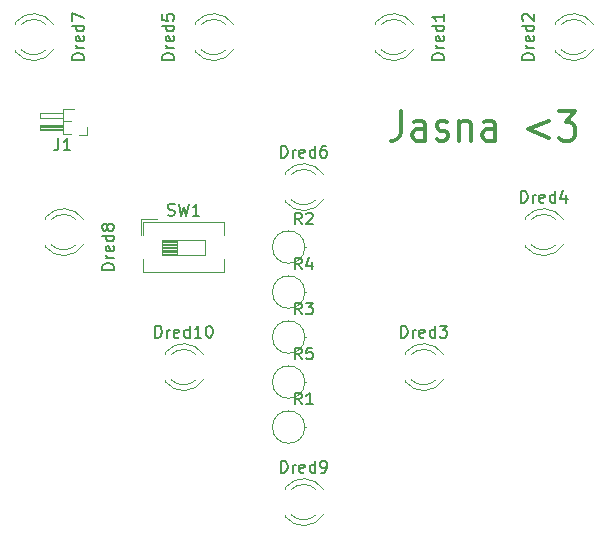
<source format=gbr>
G04 #@! TF.GenerationSoftware,KiCad,Pcbnew,(5.0.2)-1*
G04 #@! TF.CreationDate,2019-06-05T09:41:08+02:00*
G04 #@! TF.ProjectId,circuit,63697263-7569-4742-9e6b-696361645f70,rev?*
G04 #@! TF.SameCoordinates,Original*
G04 #@! TF.FileFunction,Legend,Top*
G04 #@! TF.FilePolarity,Positive*
%FSLAX46Y46*%
G04 Gerber Fmt 4.6, Leading zero omitted, Abs format (unit mm)*
G04 Created by KiCad (PCBNEW (5.0.2)-1) date 05/06/2019 09:41:08*
%MOMM*%
%LPD*%
G01*
G04 APERTURE LIST*
%ADD10C,0.300000*%
%ADD11C,0.120000*%
%ADD12C,0.150000*%
G04 APERTURE END LIST*
D10*
X168258571Y-68472190D02*
X168258571Y-70269333D01*
X168150857Y-70628761D01*
X167935428Y-70868380D01*
X167612285Y-70988190D01*
X167396857Y-70988190D01*
X170305142Y-70988190D02*
X170305142Y-69670285D01*
X170197428Y-69430666D01*
X169982000Y-69310857D01*
X169551142Y-69310857D01*
X169335714Y-69430666D01*
X170305142Y-70868380D02*
X170089714Y-70988190D01*
X169551142Y-70988190D01*
X169335714Y-70868380D01*
X169228000Y-70628761D01*
X169228000Y-70389142D01*
X169335714Y-70149523D01*
X169551142Y-70029714D01*
X170089714Y-70029714D01*
X170305142Y-69909904D01*
X171274571Y-70868380D02*
X171490000Y-70988190D01*
X171920857Y-70988190D01*
X172136285Y-70868380D01*
X172244000Y-70628761D01*
X172244000Y-70508952D01*
X172136285Y-70269333D01*
X171920857Y-70149523D01*
X171597714Y-70149523D01*
X171382285Y-70029714D01*
X171274571Y-69790095D01*
X171274571Y-69670285D01*
X171382285Y-69430666D01*
X171597714Y-69310857D01*
X171920857Y-69310857D01*
X172136285Y-69430666D01*
X173213428Y-69310857D02*
X173213428Y-70988190D01*
X173213428Y-69550476D02*
X173321142Y-69430666D01*
X173536571Y-69310857D01*
X173859714Y-69310857D01*
X174075142Y-69430666D01*
X174182857Y-69670285D01*
X174182857Y-70988190D01*
X176229428Y-70988190D02*
X176229428Y-69670285D01*
X176121714Y-69430666D01*
X175906285Y-69310857D01*
X175475428Y-69310857D01*
X175260000Y-69430666D01*
X176229428Y-70868380D02*
X176014000Y-70988190D01*
X175475428Y-70988190D01*
X175260000Y-70868380D01*
X175152285Y-70628761D01*
X175152285Y-70389142D01*
X175260000Y-70149523D01*
X175475428Y-70029714D01*
X176014000Y-70029714D01*
X176229428Y-69909904D01*
X180753428Y-69310857D02*
X179030000Y-70029714D01*
X180753428Y-70748571D01*
X181615142Y-68472190D02*
X183015428Y-68472190D01*
X182261428Y-69430666D01*
X182584571Y-69430666D01*
X182800000Y-69550476D01*
X182907714Y-69670285D01*
X183015428Y-69909904D01*
X183015428Y-70508952D01*
X182907714Y-70748571D01*
X182800000Y-70868380D01*
X182584571Y-70988190D01*
X181938285Y-70988190D01*
X181722857Y-70868380D01*
X181615142Y-70748571D01*
D11*
G04 #@! TO.C,Dred1*
X169312335Y-61151392D02*
G75*
G03X166080000Y-60994484I-1672335J-1078608D01*
G01*
X169312335Y-63308608D02*
G75*
G02X166080000Y-63465516I-1672335J1078608D01*
G01*
X168681130Y-61150163D02*
G75*
G03X166599039Y-61150000I-1041130J-1079837D01*
G01*
X168681130Y-63309837D02*
G75*
G02X166599039Y-63310000I-1041130J1079837D01*
G01*
X166080000Y-60994000D02*
X166080000Y-61150000D01*
X166080000Y-63310000D02*
X166080000Y-63466000D01*
G04 #@! TO.C,Dred2*
X184552335Y-61151392D02*
G75*
G03X181320000Y-60994484I-1672335J-1078608D01*
G01*
X184552335Y-63308608D02*
G75*
G02X181320000Y-63465516I-1672335J1078608D01*
G01*
X183921130Y-61150163D02*
G75*
G03X181839039Y-61150000I-1041130J-1079837D01*
G01*
X183921130Y-63309837D02*
G75*
G02X181839039Y-63310000I-1041130J1079837D01*
G01*
X181320000Y-60994000D02*
X181320000Y-61150000D01*
X181320000Y-63310000D02*
X181320000Y-63466000D01*
G04 #@! TO.C,Dred3*
X168620000Y-91250000D02*
X168620000Y-91406000D01*
X168620000Y-88934000D02*
X168620000Y-89090000D01*
X171221130Y-91249837D02*
G75*
G02X169139039Y-91250000I-1041130J1079837D01*
G01*
X171221130Y-89090163D02*
G75*
G03X169139039Y-89090000I-1041130J-1079837D01*
G01*
X171852335Y-91248608D02*
G75*
G02X168620000Y-91405516I-1672335J1078608D01*
G01*
X171852335Y-89091392D02*
G75*
G03X168620000Y-88934484I-1672335J-1078608D01*
G01*
G04 #@! TO.C,Dred4*
X178780000Y-79820000D02*
X178780000Y-79976000D01*
X178780000Y-77504000D02*
X178780000Y-77660000D01*
X181381130Y-79819837D02*
G75*
G02X179299039Y-79820000I-1041130J1079837D01*
G01*
X181381130Y-77660163D02*
G75*
G03X179299039Y-77660000I-1041130J-1079837D01*
G01*
X182012335Y-79818608D02*
G75*
G02X178780000Y-79975516I-1672335J1078608D01*
G01*
X182012335Y-77661392D02*
G75*
G03X178780000Y-77504484I-1672335J-1078608D01*
G01*
G04 #@! TO.C,Dred5*
X150840000Y-63310000D02*
X150840000Y-63466000D01*
X150840000Y-60994000D02*
X150840000Y-61150000D01*
X153441130Y-63309837D02*
G75*
G02X151359039Y-63310000I-1041130J1079837D01*
G01*
X153441130Y-61150163D02*
G75*
G03X151359039Y-61150000I-1041130J-1079837D01*
G01*
X154072335Y-63308608D02*
G75*
G02X150840000Y-63465516I-1672335J1078608D01*
G01*
X154072335Y-61151392D02*
G75*
G03X150840000Y-60994484I-1672335J-1078608D01*
G01*
G04 #@! TO.C,Dred6*
X161692335Y-73851392D02*
G75*
G03X158460000Y-73694484I-1672335J-1078608D01*
G01*
X161692335Y-76008608D02*
G75*
G02X158460000Y-76165516I-1672335J1078608D01*
G01*
X161061130Y-73850163D02*
G75*
G03X158979039Y-73850000I-1041130J-1079837D01*
G01*
X161061130Y-76009837D02*
G75*
G02X158979039Y-76010000I-1041130J1079837D01*
G01*
X158460000Y-73694000D02*
X158460000Y-73850000D01*
X158460000Y-76010000D02*
X158460000Y-76166000D01*
G04 #@! TO.C,Dred7*
X138832335Y-61151392D02*
G75*
G03X135600000Y-60994484I-1672335J-1078608D01*
G01*
X138832335Y-63308608D02*
G75*
G02X135600000Y-63465516I-1672335J1078608D01*
G01*
X138201130Y-61150163D02*
G75*
G03X136119039Y-61150000I-1041130J-1079837D01*
G01*
X138201130Y-63309837D02*
G75*
G02X136119039Y-63310000I-1041130J1079837D01*
G01*
X135600000Y-60994000D02*
X135600000Y-61150000D01*
X135600000Y-63310000D02*
X135600000Y-63466000D01*
G04 #@! TO.C,Dred8*
X138140000Y-79820000D02*
X138140000Y-79976000D01*
X138140000Y-77504000D02*
X138140000Y-77660000D01*
X140741130Y-79819837D02*
G75*
G02X138659039Y-79820000I-1041130J1079837D01*
G01*
X140741130Y-77660163D02*
G75*
G03X138659039Y-77660000I-1041130J-1079837D01*
G01*
X141372335Y-79818608D02*
G75*
G02X138140000Y-79975516I-1672335J1078608D01*
G01*
X141372335Y-77661392D02*
G75*
G03X138140000Y-77504484I-1672335J-1078608D01*
G01*
G04 #@! TO.C,Dred9*
X161692335Y-100521392D02*
G75*
G03X158460000Y-100364484I-1672335J-1078608D01*
G01*
X161692335Y-102678608D02*
G75*
G02X158460000Y-102835516I-1672335J1078608D01*
G01*
X161061130Y-100520163D02*
G75*
G03X158979039Y-100520000I-1041130J-1079837D01*
G01*
X161061130Y-102679837D02*
G75*
G02X158979039Y-102680000I-1041130J1079837D01*
G01*
X158460000Y-100364000D02*
X158460000Y-100520000D01*
X158460000Y-102680000D02*
X158460000Y-102836000D01*
G04 #@! TO.C,Dred10*
X148300000Y-91250000D02*
X148300000Y-91406000D01*
X148300000Y-88934000D02*
X148300000Y-89090000D01*
X150901130Y-91249837D02*
G75*
G02X148819039Y-91250000I-1041130J1079837D01*
G01*
X150901130Y-89090163D02*
G75*
G03X148819039Y-89090000I-1041130J-1079837D01*
G01*
X151532335Y-91248608D02*
G75*
G02X148300000Y-91405516I-1672335J1078608D01*
G01*
X151532335Y-89091392D02*
G75*
G03X148300000Y-88934484I-1672335J-1078608D01*
G01*
G04 #@! TO.C,R1*
X160120000Y-95250000D02*
G75*
G03X160120000Y-95250000I-1370000J0D01*
G01*
X160120000Y-95250000D02*
X160190000Y-95250000D01*
G04 #@! TO.C,R2*
X160120000Y-80010000D02*
G75*
G03X160120000Y-80010000I-1370000J0D01*
G01*
X160120000Y-80010000D02*
X160190000Y-80010000D01*
G04 #@! TO.C,R3*
X160120000Y-87630000D02*
X160190000Y-87630000D01*
X160120000Y-87630000D02*
G75*
G03X160120000Y-87630000I-1370000J0D01*
G01*
G04 #@! TO.C,R4*
X160120000Y-83820000D02*
X160190000Y-83820000D01*
X160120000Y-83820000D02*
G75*
G03X160120000Y-83820000I-1370000J0D01*
G01*
G04 #@! TO.C,R5*
X160120000Y-91440000D02*
G75*
G03X160120000Y-91440000I-1370000J0D01*
G01*
X160120000Y-91440000D02*
X160190000Y-91440000D01*
G04 #@! TO.C,J1*
X140285000Y-70410000D02*
X139660000Y-70410000D01*
X139660000Y-70410000D02*
X139660000Y-68290000D01*
X139660000Y-68290000D02*
X140575507Y-68290000D01*
X139660000Y-70060000D02*
X137660000Y-70060000D01*
X137660000Y-70060000D02*
X137660000Y-69640000D01*
X137660000Y-69640000D02*
X139660000Y-69640000D01*
X139660000Y-70000000D02*
X137660000Y-70000000D01*
X139660000Y-69880000D02*
X137660000Y-69880000D01*
X139660000Y-69760000D02*
X137660000Y-69760000D01*
X140285000Y-69350000D02*
X139660000Y-69350000D01*
X139660000Y-69060000D02*
X137660000Y-69060000D01*
X137660000Y-69060000D02*
X137660000Y-68640000D01*
X137660000Y-68640000D02*
X139660000Y-68640000D01*
X141655000Y-69850000D02*
X141655000Y-70535000D01*
X141655000Y-70535000D02*
X140970000Y-70535000D01*
G04 #@! TO.C,SW1*
X146450000Y-77900000D02*
X153271000Y-77900000D01*
X146450000Y-82120000D02*
X153271000Y-82120000D01*
X146450000Y-77900000D02*
X146450000Y-78970000D01*
X146450000Y-81050000D02*
X146450000Y-82120000D01*
X153271000Y-77900000D02*
X153271000Y-79020000D01*
X153271000Y-81000000D02*
X153271000Y-82120000D01*
X146210000Y-77660000D02*
X147593000Y-77660000D01*
X146210000Y-77660000D02*
X146210000Y-78970000D01*
X148050000Y-79375000D02*
X148050000Y-80645000D01*
X148050000Y-80645000D02*
X151670000Y-80645000D01*
X151670000Y-80645000D02*
X151670000Y-79375000D01*
X151670000Y-79375000D02*
X148050000Y-79375000D01*
X148050000Y-79495000D02*
X149256667Y-79495000D01*
X148050000Y-79615000D02*
X149256667Y-79615000D01*
X148050000Y-79735000D02*
X149256667Y-79735000D01*
X148050000Y-79855000D02*
X149256667Y-79855000D01*
X148050000Y-79975000D02*
X149256667Y-79975000D01*
X148050000Y-80095000D02*
X149256667Y-80095000D01*
X148050000Y-80215000D02*
X149256667Y-80215000D01*
X148050000Y-80335000D02*
X149256667Y-80335000D01*
X148050000Y-80455000D02*
X149256667Y-80455000D01*
X148050000Y-80575000D02*
X149256667Y-80575000D01*
X149256667Y-79375000D02*
X149256667Y-80645000D01*
G04 #@! TO.C,Dred1*
D12*
X171902380Y-64158571D02*
X170902380Y-64158571D01*
X170902380Y-63920476D01*
X170950000Y-63777619D01*
X171045238Y-63682380D01*
X171140476Y-63634761D01*
X171330952Y-63587142D01*
X171473809Y-63587142D01*
X171664285Y-63634761D01*
X171759523Y-63682380D01*
X171854761Y-63777619D01*
X171902380Y-63920476D01*
X171902380Y-64158571D01*
X171902380Y-63158571D02*
X171235714Y-63158571D01*
X171426190Y-63158571D02*
X171330952Y-63110952D01*
X171283333Y-63063333D01*
X171235714Y-62968095D01*
X171235714Y-62872857D01*
X171854761Y-62158571D02*
X171902380Y-62253809D01*
X171902380Y-62444285D01*
X171854761Y-62539523D01*
X171759523Y-62587142D01*
X171378571Y-62587142D01*
X171283333Y-62539523D01*
X171235714Y-62444285D01*
X171235714Y-62253809D01*
X171283333Y-62158571D01*
X171378571Y-62110952D01*
X171473809Y-62110952D01*
X171569047Y-62587142D01*
X171902380Y-61253809D02*
X170902380Y-61253809D01*
X171854761Y-61253809D02*
X171902380Y-61349047D01*
X171902380Y-61539523D01*
X171854761Y-61634761D01*
X171807142Y-61682380D01*
X171711904Y-61730000D01*
X171426190Y-61730000D01*
X171330952Y-61682380D01*
X171283333Y-61634761D01*
X171235714Y-61539523D01*
X171235714Y-61349047D01*
X171283333Y-61253809D01*
X171902380Y-60253809D02*
X171902380Y-60825238D01*
X171902380Y-60539523D02*
X170902380Y-60539523D01*
X171045238Y-60634761D01*
X171140476Y-60730000D01*
X171188095Y-60825238D01*
G04 #@! TO.C,Dred2*
X179522380Y-64158571D02*
X178522380Y-64158571D01*
X178522380Y-63920476D01*
X178570000Y-63777619D01*
X178665238Y-63682380D01*
X178760476Y-63634761D01*
X178950952Y-63587142D01*
X179093809Y-63587142D01*
X179284285Y-63634761D01*
X179379523Y-63682380D01*
X179474761Y-63777619D01*
X179522380Y-63920476D01*
X179522380Y-64158571D01*
X179522380Y-63158571D02*
X178855714Y-63158571D01*
X179046190Y-63158571D02*
X178950952Y-63110952D01*
X178903333Y-63063333D01*
X178855714Y-62968095D01*
X178855714Y-62872857D01*
X179474761Y-62158571D02*
X179522380Y-62253809D01*
X179522380Y-62444285D01*
X179474761Y-62539523D01*
X179379523Y-62587142D01*
X178998571Y-62587142D01*
X178903333Y-62539523D01*
X178855714Y-62444285D01*
X178855714Y-62253809D01*
X178903333Y-62158571D01*
X178998571Y-62110952D01*
X179093809Y-62110952D01*
X179189047Y-62587142D01*
X179522380Y-61253809D02*
X178522380Y-61253809D01*
X179474761Y-61253809D02*
X179522380Y-61349047D01*
X179522380Y-61539523D01*
X179474761Y-61634761D01*
X179427142Y-61682380D01*
X179331904Y-61730000D01*
X179046190Y-61730000D01*
X178950952Y-61682380D01*
X178903333Y-61634761D01*
X178855714Y-61539523D01*
X178855714Y-61349047D01*
X178903333Y-61253809D01*
X178617619Y-60825238D02*
X178570000Y-60777619D01*
X178522380Y-60682380D01*
X178522380Y-60444285D01*
X178570000Y-60349047D01*
X178617619Y-60301428D01*
X178712857Y-60253809D01*
X178808095Y-60253809D01*
X178950952Y-60301428D01*
X179522380Y-60872857D01*
X179522380Y-60253809D01*
G04 #@! TO.C,Dred3*
X168251428Y-87662380D02*
X168251428Y-86662380D01*
X168489523Y-86662380D01*
X168632380Y-86710000D01*
X168727619Y-86805238D01*
X168775238Y-86900476D01*
X168822857Y-87090952D01*
X168822857Y-87233809D01*
X168775238Y-87424285D01*
X168727619Y-87519523D01*
X168632380Y-87614761D01*
X168489523Y-87662380D01*
X168251428Y-87662380D01*
X169251428Y-87662380D02*
X169251428Y-86995714D01*
X169251428Y-87186190D02*
X169299047Y-87090952D01*
X169346666Y-87043333D01*
X169441904Y-86995714D01*
X169537142Y-86995714D01*
X170251428Y-87614761D02*
X170156190Y-87662380D01*
X169965714Y-87662380D01*
X169870476Y-87614761D01*
X169822857Y-87519523D01*
X169822857Y-87138571D01*
X169870476Y-87043333D01*
X169965714Y-86995714D01*
X170156190Y-86995714D01*
X170251428Y-87043333D01*
X170299047Y-87138571D01*
X170299047Y-87233809D01*
X169822857Y-87329047D01*
X171156190Y-87662380D02*
X171156190Y-86662380D01*
X171156190Y-87614761D02*
X171060952Y-87662380D01*
X170870476Y-87662380D01*
X170775238Y-87614761D01*
X170727619Y-87567142D01*
X170680000Y-87471904D01*
X170680000Y-87186190D01*
X170727619Y-87090952D01*
X170775238Y-87043333D01*
X170870476Y-86995714D01*
X171060952Y-86995714D01*
X171156190Y-87043333D01*
X171537142Y-86662380D02*
X172156190Y-86662380D01*
X171822857Y-87043333D01*
X171965714Y-87043333D01*
X172060952Y-87090952D01*
X172108571Y-87138571D01*
X172156190Y-87233809D01*
X172156190Y-87471904D01*
X172108571Y-87567142D01*
X172060952Y-87614761D01*
X171965714Y-87662380D01*
X171680000Y-87662380D01*
X171584761Y-87614761D01*
X171537142Y-87567142D01*
G04 #@! TO.C,Dred4*
X178411428Y-76232380D02*
X178411428Y-75232380D01*
X178649523Y-75232380D01*
X178792380Y-75280000D01*
X178887619Y-75375238D01*
X178935238Y-75470476D01*
X178982857Y-75660952D01*
X178982857Y-75803809D01*
X178935238Y-75994285D01*
X178887619Y-76089523D01*
X178792380Y-76184761D01*
X178649523Y-76232380D01*
X178411428Y-76232380D01*
X179411428Y-76232380D02*
X179411428Y-75565714D01*
X179411428Y-75756190D02*
X179459047Y-75660952D01*
X179506666Y-75613333D01*
X179601904Y-75565714D01*
X179697142Y-75565714D01*
X180411428Y-76184761D02*
X180316190Y-76232380D01*
X180125714Y-76232380D01*
X180030476Y-76184761D01*
X179982857Y-76089523D01*
X179982857Y-75708571D01*
X180030476Y-75613333D01*
X180125714Y-75565714D01*
X180316190Y-75565714D01*
X180411428Y-75613333D01*
X180459047Y-75708571D01*
X180459047Y-75803809D01*
X179982857Y-75899047D01*
X181316190Y-76232380D02*
X181316190Y-75232380D01*
X181316190Y-76184761D02*
X181220952Y-76232380D01*
X181030476Y-76232380D01*
X180935238Y-76184761D01*
X180887619Y-76137142D01*
X180840000Y-76041904D01*
X180840000Y-75756190D01*
X180887619Y-75660952D01*
X180935238Y-75613333D01*
X181030476Y-75565714D01*
X181220952Y-75565714D01*
X181316190Y-75613333D01*
X182220952Y-75565714D02*
X182220952Y-76232380D01*
X181982857Y-75184761D02*
X181744761Y-75899047D01*
X182363809Y-75899047D01*
G04 #@! TO.C,Dred5*
X149042380Y-64158571D02*
X148042380Y-64158571D01*
X148042380Y-63920476D01*
X148090000Y-63777619D01*
X148185238Y-63682380D01*
X148280476Y-63634761D01*
X148470952Y-63587142D01*
X148613809Y-63587142D01*
X148804285Y-63634761D01*
X148899523Y-63682380D01*
X148994761Y-63777619D01*
X149042380Y-63920476D01*
X149042380Y-64158571D01*
X149042380Y-63158571D02*
X148375714Y-63158571D01*
X148566190Y-63158571D02*
X148470952Y-63110952D01*
X148423333Y-63063333D01*
X148375714Y-62968095D01*
X148375714Y-62872857D01*
X148994761Y-62158571D02*
X149042380Y-62253809D01*
X149042380Y-62444285D01*
X148994761Y-62539523D01*
X148899523Y-62587142D01*
X148518571Y-62587142D01*
X148423333Y-62539523D01*
X148375714Y-62444285D01*
X148375714Y-62253809D01*
X148423333Y-62158571D01*
X148518571Y-62110952D01*
X148613809Y-62110952D01*
X148709047Y-62587142D01*
X149042380Y-61253809D02*
X148042380Y-61253809D01*
X148994761Y-61253809D02*
X149042380Y-61349047D01*
X149042380Y-61539523D01*
X148994761Y-61634761D01*
X148947142Y-61682380D01*
X148851904Y-61730000D01*
X148566190Y-61730000D01*
X148470952Y-61682380D01*
X148423333Y-61634761D01*
X148375714Y-61539523D01*
X148375714Y-61349047D01*
X148423333Y-61253809D01*
X148042380Y-60301428D02*
X148042380Y-60777619D01*
X148518571Y-60825238D01*
X148470952Y-60777619D01*
X148423333Y-60682380D01*
X148423333Y-60444285D01*
X148470952Y-60349047D01*
X148518571Y-60301428D01*
X148613809Y-60253809D01*
X148851904Y-60253809D01*
X148947142Y-60301428D01*
X148994761Y-60349047D01*
X149042380Y-60444285D01*
X149042380Y-60682380D01*
X148994761Y-60777619D01*
X148947142Y-60825238D01*
G04 #@! TO.C,Dred6*
X158091428Y-72422380D02*
X158091428Y-71422380D01*
X158329523Y-71422380D01*
X158472380Y-71470000D01*
X158567619Y-71565238D01*
X158615238Y-71660476D01*
X158662857Y-71850952D01*
X158662857Y-71993809D01*
X158615238Y-72184285D01*
X158567619Y-72279523D01*
X158472380Y-72374761D01*
X158329523Y-72422380D01*
X158091428Y-72422380D01*
X159091428Y-72422380D02*
X159091428Y-71755714D01*
X159091428Y-71946190D02*
X159139047Y-71850952D01*
X159186666Y-71803333D01*
X159281904Y-71755714D01*
X159377142Y-71755714D01*
X160091428Y-72374761D02*
X159996190Y-72422380D01*
X159805714Y-72422380D01*
X159710476Y-72374761D01*
X159662857Y-72279523D01*
X159662857Y-71898571D01*
X159710476Y-71803333D01*
X159805714Y-71755714D01*
X159996190Y-71755714D01*
X160091428Y-71803333D01*
X160139047Y-71898571D01*
X160139047Y-71993809D01*
X159662857Y-72089047D01*
X160996190Y-72422380D02*
X160996190Y-71422380D01*
X160996190Y-72374761D02*
X160900952Y-72422380D01*
X160710476Y-72422380D01*
X160615238Y-72374761D01*
X160567619Y-72327142D01*
X160520000Y-72231904D01*
X160520000Y-71946190D01*
X160567619Y-71850952D01*
X160615238Y-71803333D01*
X160710476Y-71755714D01*
X160900952Y-71755714D01*
X160996190Y-71803333D01*
X161900952Y-71422380D02*
X161710476Y-71422380D01*
X161615238Y-71470000D01*
X161567619Y-71517619D01*
X161472380Y-71660476D01*
X161424761Y-71850952D01*
X161424761Y-72231904D01*
X161472380Y-72327142D01*
X161520000Y-72374761D01*
X161615238Y-72422380D01*
X161805714Y-72422380D01*
X161900952Y-72374761D01*
X161948571Y-72327142D01*
X161996190Y-72231904D01*
X161996190Y-71993809D01*
X161948571Y-71898571D01*
X161900952Y-71850952D01*
X161805714Y-71803333D01*
X161615238Y-71803333D01*
X161520000Y-71850952D01*
X161472380Y-71898571D01*
X161424761Y-71993809D01*
G04 #@! TO.C,Dred7*
X141422380Y-64158571D02*
X140422380Y-64158571D01*
X140422380Y-63920476D01*
X140470000Y-63777619D01*
X140565238Y-63682380D01*
X140660476Y-63634761D01*
X140850952Y-63587142D01*
X140993809Y-63587142D01*
X141184285Y-63634761D01*
X141279523Y-63682380D01*
X141374761Y-63777619D01*
X141422380Y-63920476D01*
X141422380Y-64158571D01*
X141422380Y-63158571D02*
X140755714Y-63158571D01*
X140946190Y-63158571D02*
X140850952Y-63110952D01*
X140803333Y-63063333D01*
X140755714Y-62968095D01*
X140755714Y-62872857D01*
X141374761Y-62158571D02*
X141422380Y-62253809D01*
X141422380Y-62444285D01*
X141374761Y-62539523D01*
X141279523Y-62587142D01*
X140898571Y-62587142D01*
X140803333Y-62539523D01*
X140755714Y-62444285D01*
X140755714Y-62253809D01*
X140803333Y-62158571D01*
X140898571Y-62110952D01*
X140993809Y-62110952D01*
X141089047Y-62587142D01*
X141422380Y-61253809D02*
X140422380Y-61253809D01*
X141374761Y-61253809D02*
X141422380Y-61349047D01*
X141422380Y-61539523D01*
X141374761Y-61634761D01*
X141327142Y-61682380D01*
X141231904Y-61730000D01*
X140946190Y-61730000D01*
X140850952Y-61682380D01*
X140803333Y-61634761D01*
X140755714Y-61539523D01*
X140755714Y-61349047D01*
X140803333Y-61253809D01*
X140422380Y-60872857D02*
X140422380Y-60206190D01*
X141422380Y-60634761D01*
G04 #@! TO.C,Dred8*
X143962380Y-81938571D02*
X142962380Y-81938571D01*
X142962380Y-81700476D01*
X143010000Y-81557619D01*
X143105238Y-81462380D01*
X143200476Y-81414761D01*
X143390952Y-81367142D01*
X143533809Y-81367142D01*
X143724285Y-81414761D01*
X143819523Y-81462380D01*
X143914761Y-81557619D01*
X143962380Y-81700476D01*
X143962380Y-81938571D01*
X143962380Y-80938571D02*
X143295714Y-80938571D01*
X143486190Y-80938571D02*
X143390952Y-80890952D01*
X143343333Y-80843333D01*
X143295714Y-80748095D01*
X143295714Y-80652857D01*
X143914761Y-79938571D02*
X143962380Y-80033809D01*
X143962380Y-80224285D01*
X143914761Y-80319523D01*
X143819523Y-80367142D01*
X143438571Y-80367142D01*
X143343333Y-80319523D01*
X143295714Y-80224285D01*
X143295714Y-80033809D01*
X143343333Y-79938571D01*
X143438571Y-79890952D01*
X143533809Y-79890952D01*
X143629047Y-80367142D01*
X143962380Y-79033809D02*
X142962380Y-79033809D01*
X143914761Y-79033809D02*
X143962380Y-79129047D01*
X143962380Y-79319523D01*
X143914761Y-79414761D01*
X143867142Y-79462380D01*
X143771904Y-79510000D01*
X143486190Y-79510000D01*
X143390952Y-79462380D01*
X143343333Y-79414761D01*
X143295714Y-79319523D01*
X143295714Y-79129047D01*
X143343333Y-79033809D01*
X143390952Y-78414761D02*
X143343333Y-78510000D01*
X143295714Y-78557619D01*
X143200476Y-78605238D01*
X143152857Y-78605238D01*
X143057619Y-78557619D01*
X143010000Y-78510000D01*
X142962380Y-78414761D01*
X142962380Y-78224285D01*
X143010000Y-78129047D01*
X143057619Y-78081428D01*
X143152857Y-78033809D01*
X143200476Y-78033809D01*
X143295714Y-78081428D01*
X143343333Y-78129047D01*
X143390952Y-78224285D01*
X143390952Y-78414761D01*
X143438571Y-78510000D01*
X143486190Y-78557619D01*
X143581428Y-78605238D01*
X143771904Y-78605238D01*
X143867142Y-78557619D01*
X143914761Y-78510000D01*
X143962380Y-78414761D01*
X143962380Y-78224285D01*
X143914761Y-78129047D01*
X143867142Y-78081428D01*
X143771904Y-78033809D01*
X143581428Y-78033809D01*
X143486190Y-78081428D01*
X143438571Y-78129047D01*
X143390952Y-78224285D01*
G04 #@! TO.C,Dred9*
X158091428Y-99092380D02*
X158091428Y-98092380D01*
X158329523Y-98092380D01*
X158472380Y-98140000D01*
X158567619Y-98235238D01*
X158615238Y-98330476D01*
X158662857Y-98520952D01*
X158662857Y-98663809D01*
X158615238Y-98854285D01*
X158567619Y-98949523D01*
X158472380Y-99044761D01*
X158329523Y-99092380D01*
X158091428Y-99092380D01*
X159091428Y-99092380D02*
X159091428Y-98425714D01*
X159091428Y-98616190D02*
X159139047Y-98520952D01*
X159186666Y-98473333D01*
X159281904Y-98425714D01*
X159377142Y-98425714D01*
X160091428Y-99044761D02*
X159996190Y-99092380D01*
X159805714Y-99092380D01*
X159710476Y-99044761D01*
X159662857Y-98949523D01*
X159662857Y-98568571D01*
X159710476Y-98473333D01*
X159805714Y-98425714D01*
X159996190Y-98425714D01*
X160091428Y-98473333D01*
X160139047Y-98568571D01*
X160139047Y-98663809D01*
X159662857Y-98759047D01*
X160996190Y-99092380D02*
X160996190Y-98092380D01*
X160996190Y-99044761D02*
X160900952Y-99092380D01*
X160710476Y-99092380D01*
X160615238Y-99044761D01*
X160567619Y-98997142D01*
X160520000Y-98901904D01*
X160520000Y-98616190D01*
X160567619Y-98520952D01*
X160615238Y-98473333D01*
X160710476Y-98425714D01*
X160900952Y-98425714D01*
X160996190Y-98473333D01*
X161520000Y-99092380D02*
X161710476Y-99092380D01*
X161805714Y-99044761D01*
X161853333Y-98997142D01*
X161948571Y-98854285D01*
X161996190Y-98663809D01*
X161996190Y-98282857D01*
X161948571Y-98187619D01*
X161900952Y-98140000D01*
X161805714Y-98092380D01*
X161615238Y-98092380D01*
X161520000Y-98140000D01*
X161472380Y-98187619D01*
X161424761Y-98282857D01*
X161424761Y-98520952D01*
X161472380Y-98616190D01*
X161520000Y-98663809D01*
X161615238Y-98711428D01*
X161805714Y-98711428D01*
X161900952Y-98663809D01*
X161948571Y-98616190D01*
X161996190Y-98520952D01*
G04 #@! TO.C,Dred10*
X147455238Y-87662380D02*
X147455238Y-86662380D01*
X147693333Y-86662380D01*
X147836190Y-86710000D01*
X147931428Y-86805238D01*
X147979047Y-86900476D01*
X148026666Y-87090952D01*
X148026666Y-87233809D01*
X147979047Y-87424285D01*
X147931428Y-87519523D01*
X147836190Y-87614761D01*
X147693333Y-87662380D01*
X147455238Y-87662380D01*
X148455238Y-87662380D02*
X148455238Y-86995714D01*
X148455238Y-87186190D02*
X148502857Y-87090952D01*
X148550476Y-87043333D01*
X148645714Y-86995714D01*
X148740952Y-86995714D01*
X149455238Y-87614761D02*
X149360000Y-87662380D01*
X149169523Y-87662380D01*
X149074285Y-87614761D01*
X149026666Y-87519523D01*
X149026666Y-87138571D01*
X149074285Y-87043333D01*
X149169523Y-86995714D01*
X149360000Y-86995714D01*
X149455238Y-87043333D01*
X149502857Y-87138571D01*
X149502857Y-87233809D01*
X149026666Y-87329047D01*
X150360000Y-87662380D02*
X150360000Y-86662380D01*
X150360000Y-87614761D02*
X150264761Y-87662380D01*
X150074285Y-87662380D01*
X149979047Y-87614761D01*
X149931428Y-87567142D01*
X149883809Y-87471904D01*
X149883809Y-87186190D01*
X149931428Y-87090952D01*
X149979047Y-87043333D01*
X150074285Y-86995714D01*
X150264761Y-86995714D01*
X150360000Y-87043333D01*
X151360000Y-87662380D02*
X150788571Y-87662380D01*
X151074285Y-87662380D02*
X151074285Y-86662380D01*
X150979047Y-86805238D01*
X150883809Y-86900476D01*
X150788571Y-86948095D01*
X151979047Y-86662380D02*
X152074285Y-86662380D01*
X152169523Y-86710000D01*
X152217142Y-86757619D01*
X152264761Y-86852857D01*
X152312380Y-87043333D01*
X152312380Y-87281428D01*
X152264761Y-87471904D01*
X152217142Y-87567142D01*
X152169523Y-87614761D01*
X152074285Y-87662380D01*
X151979047Y-87662380D01*
X151883809Y-87614761D01*
X151836190Y-87567142D01*
X151788571Y-87471904D01*
X151740952Y-87281428D01*
X151740952Y-87043333D01*
X151788571Y-86852857D01*
X151836190Y-86757619D01*
X151883809Y-86710000D01*
X151979047Y-86662380D01*
G04 #@! TO.C,R1*
X159853333Y-93332380D02*
X159520000Y-92856190D01*
X159281904Y-93332380D02*
X159281904Y-92332380D01*
X159662857Y-92332380D01*
X159758095Y-92380000D01*
X159805714Y-92427619D01*
X159853333Y-92522857D01*
X159853333Y-92665714D01*
X159805714Y-92760952D01*
X159758095Y-92808571D01*
X159662857Y-92856190D01*
X159281904Y-92856190D01*
X160805714Y-93332380D02*
X160234285Y-93332380D01*
X160520000Y-93332380D02*
X160520000Y-92332380D01*
X160424761Y-92475238D01*
X160329523Y-92570476D01*
X160234285Y-92618095D01*
G04 #@! TO.C,R2*
X159853333Y-78092380D02*
X159520000Y-77616190D01*
X159281904Y-78092380D02*
X159281904Y-77092380D01*
X159662857Y-77092380D01*
X159758095Y-77140000D01*
X159805714Y-77187619D01*
X159853333Y-77282857D01*
X159853333Y-77425714D01*
X159805714Y-77520952D01*
X159758095Y-77568571D01*
X159662857Y-77616190D01*
X159281904Y-77616190D01*
X160234285Y-77187619D02*
X160281904Y-77140000D01*
X160377142Y-77092380D01*
X160615238Y-77092380D01*
X160710476Y-77140000D01*
X160758095Y-77187619D01*
X160805714Y-77282857D01*
X160805714Y-77378095D01*
X160758095Y-77520952D01*
X160186666Y-78092380D01*
X160805714Y-78092380D01*
G04 #@! TO.C,R3*
X159853333Y-85712380D02*
X159520000Y-85236190D01*
X159281904Y-85712380D02*
X159281904Y-84712380D01*
X159662857Y-84712380D01*
X159758095Y-84760000D01*
X159805714Y-84807619D01*
X159853333Y-84902857D01*
X159853333Y-85045714D01*
X159805714Y-85140952D01*
X159758095Y-85188571D01*
X159662857Y-85236190D01*
X159281904Y-85236190D01*
X160186666Y-84712380D02*
X160805714Y-84712380D01*
X160472380Y-85093333D01*
X160615238Y-85093333D01*
X160710476Y-85140952D01*
X160758095Y-85188571D01*
X160805714Y-85283809D01*
X160805714Y-85521904D01*
X160758095Y-85617142D01*
X160710476Y-85664761D01*
X160615238Y-85712380D01*
X160329523Y-85712380D01*
X160234285Y-85664761D01*
X160186666Y-85617142D01*
G04 #@! TO.C,R4*
X159853333Y-81902380D02*
X159520000Y-81426190D01*
X159281904Y-81902380D02*
X159281904Y-80902380D01*
X159662857Y-80902380D01*
X159758095Y-80950000D01*
X159805714Y-80997619D01*
X159853333Y-81092857D01*
X159853333Y-81235714D01*
X159805714Y-81330952D01*
X159758095Y-81378571D01*
X159662857Y-81426190D01*
X159281904Y-81426190D01*
X160710476Y-81235714D02*
X160710476Y-81902380D01*
X160472380Y-80854761D02*
X160234285Y-81569047D01*
X160853333Y-81569047D01*
G04 #@! TO.C,R5*
X159853333Y-89522380D02*
X159520000Y-89046190D01*
X159281904Y-89522380D02*
X159281904Y-88522380D01*
X159662857Y-88522380D01*
X159758095Y-88570000D01*
X159805714Y-88617619D01*
X159853333Y-88712857D01*
X159853333Y-88855714D01*
X159805714Y-88950952D01*
X159758095Y-88998571D01*
X159662857Y-89046190D01*
X159281904Y-89046190D01*
X160758095Y-88522380D02*
X160281904Y-88522380D01*
X160234285Y-88998571D01*
X160281904Y-88950952D01*
X160377142Y-88903333D01*
X160615238Y-88903333D01*
X160710476Y-88950952D01*
X160758095Y-88998571D01*
X160805714Y-89093809D01*
X160805714Y-89331904D01*
X160758095Y-89427142D01*
X160710476Y-89474761D01*
X160615238Y-89522380D01*
X160377142Y-89522380D01*
X160281904Y-89474761D01*
X160234285Y-89427142D01*
G04 #@! TO.C,J1*
X139261666Y-70802380D02*
X139261666Y-71516666D01*
X139214047Y-71659523D01*
X139118809Y-71754761D01*
X138975952Y-71802380D01*
X138880714Y-71802380D01*
X140261666Y-71802380D02*
X139690238Y-71802380D01*
X139975952Y-71802380D02*
X139975952Y-70802380D01*
X139880714Y-70945238D01*
X139785476Y-71040476D01*
X139690238Y-71088095D01*
G04 #@! TO.C,SW1*
X148526666Y-77304761D02*
X148669523Y-77352380D01*
X148907619Y-77352380D01*
X149002857Y-77304761D01*
X149050476Y-77257142D01*
X149098095Y-77161904D01*
X149098095Y-77066666D01*
X149050476Y-76971428D01*
X149002857Y-76923809D01*
X148907619Y-76876190D01*
X148717142Y-76828571D01*
X148621904Y-76780952D01*
X148574285Y-76733333D01*
X148526666Y-76638095D01*
X148526666Y-76542857D01*
X148574285Y-76447619D01*
X148621904Y-76400000D01*
X148717142Y-76352380D01*
X148955238Y-76352380D01*
X149098095Y-76400000D01*
X149431428Y-76352380D02*
X149669523Y-77352380D01*
X149860000Y-76638095D01*
X150050476Y-77352380D01*
X150288571Y-76352380D01*
X151193333Y-77352380D02*
X150621904Y-77352380D01*
X150907619Y-77352380D02*
X150907619Y-76352380D01*
X150812380Y-76495238D01*
X150717142Y-76590476D01*
X150621904Y-76638095D01*
G04 #@! TD*
M02*

</source>
